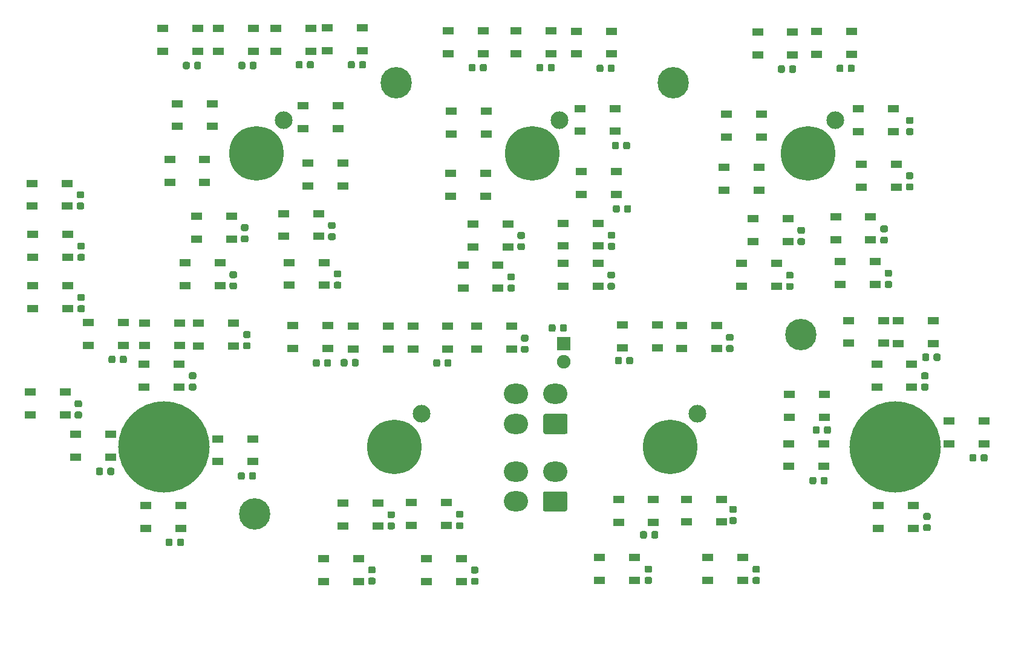
<source format=gbr>
%TF.GenerationSoftware,KiCad,Pcbnew,(5.1.6)-1*%
%TF.CreationDate,2021-08-23T11:24:56+10:00*%
%TF.ProjectId,INTR LT Panel PCB V2,494e5452-204c-4542-9050-616e656c2050,rev?*%
%TF.SameCoordinates,Original*%
%TF.FileFunction,Soldermask,Top*%
%TF.FilePolarity,Negative*%
%FSLAX46Y46*%
G04 Gerber Fmt 4.6, Leading zero omitted, Abs format (unit mm)*
G04 Created by KiCad (PCBNEW (5.1.6)-1) date 2021-08-23 11:24:56*
%MOMM*%
%LPD*%
G01*
G04 APERTURE LIST*
%ADD10R,1.600000X1.100000*%
%ADD11C,7.640752*%
%ADD12C,2.481250*%
%ADD13C,4.400000*%
%ADD14C,12.800000*%
%ADD15O,3.400000X2.800000*%
%ADD16C,1.900000*%
%ADD17R,1.900000X1.900000*%
G04 APERTURE END LIST*
%TO.C,C55*%
G36*
G01*
X124312500Y-74318750D02*
X124312500Y-74881250D01*
G75*
G02*
X124068750Y-75125000I-243750J0D01*
G01*
X123581250Y-75125000D01*
G75*
G02*
X123337500Y-74881250I0J243750D01*
G01*
X123337500Y-74318750D01*
G75*
G02*
X123581250Y-74075000I243750J0D01*
G01*
X124068750Y-74075000D01*
G75*
G02*
X124312500Y-74318750I0J-243750D01*
G01*
G37*
G36*
G01*
X125887500Y-74318750D02*
X125887500Y-74881250D01*
G75*
G02*
X125643750Y-75125000I-243750J0D01*
G01*
X125156250Y-75125000D01*
G75*
G02*
X124912500Y-74881250I0J243750D01*
G01*
X124912500Y-74318750D01*
G75*
G02*
X125156250Y-74075000I243750J0D01*
G01*
X125643750Y-74075000D01*
G75*
G02*
X125887500Y-74318750I0J-243750D01*
G01*
G37*
%TD*%
D10*
%TO.C,D45*%
X158100000Y-68350000D03*
X158100000Y-71550000D03*
X163000000Y-68350000D03*
X163000000Y-71550000D03*
%TD*%
%TO.C,D44*%
X157725000Y-60575000D03*
X157725000Y-63775000D03*
X162625000Y-60575000D03*
X162625000Y-63775000D03*
%TD*%
%TO.C,D43*%
X139200000Y-61325000D03*
X139200000Y-64525000D03*
X144100000Y-61325000D03*
X144100000Y-64525000D03*
%TD*%
%TO.C,D42*%
X138925000Y-68775000D03*
X138925000Y-71975000D03*
X143825000Y-68775000D03*
X143825000Y-71975000D03*
%TD*%
%TO.C,D35*%
X118925000Y-69350000D03*
X118925000Y-72550000D03*
X123825000Y-69350000D03*
X123825000Y-72550000D03*
%TD*%
%TO.C,D34*%
X118775000Y-60525000D03*
X118775000Y-63725000D03*
X123675000Y-60525000D03*
X123675000Y-63725000D03*
%TD*%
%TO.C,D33*%
X100725000Y-60875000D03*
X100725000Y-64075000D03*
X105625000Y-60875000D03*
X105625000Y-64075000D03*
%TD*%
%TO.C,D32*%
X100650000Y-69600000D03*
X100650000Y-72800000D03*
X105550000Y-69600000D03*
X105550000Y-72800000D03*
%TD*%
%TO.C,D23*%
X80675000Y-68200000D03*
X80675000Y-71400000D03*
X85575000Y-68200000D03*
X85575000Y-71400000D03*
%TD*%
%TO.C,D22*%
X79975000Y-60175000D03*
X79975000Y-63375000D03*
X84875000Y-60175000D03*
X84875000Y-63375000D03*
%TD*%
%TO.C,D21*%
X62350000Y-59850000D03*
X62350000Y-63050000D03*
X67250000Y-59850000D03*
X67250000Y-63050000D03*
%TD*%
%TO.C,D20*%
X61300000Y-67700000D03*
X61300000Y-70900000D03*
X66200000Y-67700000D03*
X66200000Y-70900000D03*
%TD*%
%TO.C,C56*%
G36*
G01*
X124162500Y-65443750D02*
X124162500Y-66006250D01*
G75*
G02*
X123918750Y-66250000I-243750J0D01*
G01*
X123431250Y-66250000D01*
G75*
G02*
X123187500Y-66006250I0J243750D01*
G01*
X123187500Y-65443750D01*
G75*
G02*
X123431250Y-65200000I243750J0D01*
G01*
X123918750Y-65200000D01*
G75*
G02*
X124162500Y-65443750I0J-243750D01*
G01*
G37*
G36*
G01*
X125737500Y-65443750D02*
X125737500Y-66006250D01*
G75*
G02*
X125493750Y-66250000I-243750J0D01*
G01*
X125006250Y-66250000D01*
G75*
G02*
X124762500Y-66006250I0J243750D01*
G01*
X124762500Y-65443750D01*
G75*
G02*
X125006250Y-65200000I243750J0D01*
G01*
X125493750Y-65200000D01*
G75*
G02*
X125737500Y-65443750I0J-243750D01*
G01*
G37*
%TD*%
%TO.C,C54*%
G36*
G01*
X164593750Y-71037500D02*
X165156250Y-71037500D01*
G75*
G02*
X165400000Y-71281250I0J-243750D01*
G01*
X165400000Y-71768750D01*
G75*
G02*
X165156250Y-72012500I-243750J0D01*
G01*
X164593750Y-72012500D01*
G75*
G02*
X164350000Y-71768750I0J243750D01*
G01*
X164350000Y-71281250D01*
G75*
G02*
X164593750Y-71037500I243750J0D01*
G01*
G37*
G36*
G01*
X164593750Y-69462500D02*
X165156250Y-69462500D01*
G75*
G02*
X165400000Y-69706250I0J-243750D01*
G01*
X165400000Y-70193750D01*
G75*
G02*
X165156250Y-70437500I-243750J0D01*
G01*
X164593750Y-70437500D01*
G75*
G02*
X164350000Y-70193750I0J243750D01*
G01*
X164350000Y-69706250D01*
G75*
G02*
X164593750Y-69462500I243750J0D01*
G01*
G37*
%TD*%
%TO.C,C53*%
G36*
G01*
X164618750Y-63287500D02*
X165181250Y-63287500D01*
G75*
G02*
X165425000Y-63531250I0J-243750D01*
G01*
X165425000Y-64018750D01*
G75*
G02*
X165181250Y-64262500I-243750J0D01*
G01*
X164618750Y-64262500D01*
G75*
G02*
X164375000Y-64018750I0J243750D01*
G01*
X164375000Y-63531250D01*
G75*
G02*
X164618750Y-63287500I243750J0D01*
G01*
G37*
G36*
G01*
X164618750Y-61712500D02*
X165181250Y-61712500D01*
G75*
G02*
X165425000Y-61956250I0J-243750D01*
G01*
X165425000Y-62443750D01*
G75*
G02*
X165181250Y-62687500I-243750J0D01*
G01*
X164618750Y-62687500D01*
G75*
G02*
X164375000Y-62443750I0J243750D01*
G01*
X164375000Y-61956250D01*
G75*
G02*
X164618750Y-61712500I243750J0D01*
G01*
G37*
%TD*%
D11*
%TO.C,9*%
X150672800Y-66802000D03*
D12*
X154448722Y-62139124D03*
D11*
X150672800Y-66802000D03*
%TD*%
%TO.C,8*%
X112064800Y-66802000D03*
D12*
X115840722Y-62139124D03*
D11*
X112064800Y-66802000D03*
%TD*%
%TO.C,7*%
X73456800Y-66802000D03*
D12*
X77232722Y-62139124D03*
D11*
X73456800Y-66802000D03*
%TD*%
D13*
%TO.C,7*%
X131749800Y-56896000D03*
%TD*%
%TO.C,7*%
X93014800Y-56896000D03*
%TD*%
%TO.C,6*%
X149656800Y-92202000D03*
%TD*%
%TO.C,5*%
X73202800Y-117348000D03*
%TD*%
D14*
%TO.C,REF\u002A\u002A*%
X162864800Y-107950000D03*
X162864800Y-107950000D03*
%TD*%
D11*
%TO.C,3*%
X131368800Y-107950000D03*
D12*
X135144722Y-103287124D03*
D11*
X131368800Y-107950000D03*
%TD*%
%TO.C,2*%
X92760800Y-107950000D03*
D12*
X96536722Y-103287124D03*
D11*
X92760800Y-107950000D03*
%TD*%
D14*
%TO.C,1*%
X60502800Y-107950000D03*
%TD*%
%TO.C,C52*%
G36*
G01*
X72412500Y-112331250D02*
X72412500Y-111768750D01*
G75*
G02*
X72656250Y-111525000I243750J0D01*
G01*
X73143750Y-111525000D01*
G75*
G02*
X73387500Y-111768750I0J-243750D01*
G01*
X73387500Y-112331250D01*
G75*
G02*
X73143750Y-112575000I-243750J0D01*
G01*
X72656250Y-112575000D01*
G75*
G02*
X72412500Y-112331250I0J243750D01*
G01*
G37*
G36*
G01*
X70837500Y-112331250D02*
X70837500Y-111768750D01*
G75*
G02*
X71081250Y-111525000I243750J0D01*
G01*
X71568750Y-111525000D01*
G75*
G02*
X71812500Y-111768750I0J-243750D01*
G01*
X71812500Y-112331250D01*
G75*
G02*
X71568750Y-112575000I-243750J0D01*
G01*
X71081250Y-112575000D01*
G75*
G02*
X70837500Y-112331250I0J243750D01*
G01*
G37*
%TD*%
%TO.C,C51*%
G36*
G01*
X62312500Y-121631250D02*
X62312500Y-121068750D01*
G75*
G02*
X62556250Y-120825000I243750J0D01*
G01*
X63043750Y-120825000D01*
G75*
G02*
X63287500Y-121068750I0J-243750D01*
G01*
X63287500Y-121631250D01*
G75*
G02*
X63043750Y-121875000I-243750J0D01*
G01*
X62556250Y-121875000D01*
G75*
G02*
X62312500Y-121631250I0J243750D01*
G01*
G37*
G36*
G01*
X60737500Y-121631250D02*
X60737500Y-121068750D01*
G75*
G02*
X60981250Y-120825000I243750J0D01*
G01*
X61468750Y-120825000D01*
G75*
G02*
X61712500Y-121068750I0J-243750D01*
G01*
X61712500Y-121631250D01*
G75*
G02*
X61468750Y-121875000I-243750J0D01*
G01*
X60981250Y-121875000D01*
G75*
G02*
X60737500Y-121631250I0J243750D01*
G01*
G37*
%TD*%
%TO.C,C50*%
G36*
G01*
X52562500Y-111681250D02*
X52562500Y-111118750D01*
G75*
G02*
X52806250Y-110875000I243750J0D01*
G01*
X53293750Y-110875000D01*
G75*
G02*
X53537500Y-111118750I0J-243750D01*
G01*
X53537500Y-111681250D01*
G75*
G02*
X53293750Y-111925000I-243750J0D01*
G01*
X52806250Y-111925000D01*
G75*
G02*
X52562500Y-111681250I0J243750D01*
G01*
G37*
G36*
G01*
X50987500Y-111681250D02*
X50987500Y-111118750D01*
G75*
G02*
X51231250Y-110875000I243750J0D01*
G01*
X51718750Y-110875000D01*
G75*
G02*
X51962500Y-111118750I0J-243750D01*
G01*
X51962500Y-111681250D01*
G75*
G02*
X51718750Y-111925000I-243750J0D01*
G01*
X51231250Y-111925000D01*
G75*
G02*
X50987500Y-111681250I0J243750D01*
G01*
G37*
%TD*%
%TO.C,C49*%
G36*
G01*
X108818750Y-85212500D02*
X109381250Y-85212500D01*
G75*
G02*
X109625000Y-85456250I0J-243750D01*
G01*
X109625000Y-85943750D01*
G75*
G02*
X109381250Y-86187500I-243750J0D01*
G01*
X108818750Y-86187500D01*
G75*
G02*
X108575000Y-85943750I0J243750D01*
G01*
X108575000Y-85456250D01*
G75*
G02*
X108818750Y-85212500I243750J0D01*
G01*
G37*
G36*
G01*
X108818750Y-83637500D02*
X109381250Y-83637500D01*
G75*
G02*
X109625000Y-83881250I0J-243750D01*
G01*
X109625000Y-84368750D01*
G75*
G02*
X109381250Y-84612500I-243750J0D01*
G01*
X108818750Y-84612500D01*
G75*
G02*
X108575000Y-84368750I0J243750D01*
G01*
X108575000Y-83881250D01*
G75*
G02*
X108818750Y-83637500I243750J0D01*
G01*
G37*
%TD*%
%TO.C,C48*%
G36*
G01*
X122818750Y-84962500D02*
X123381250Y-84962500D01*
G75*
G02*
X123625000Y-85206250I0J-243750D01*
G01*
X123625000Y-85693750D01*
G75*
G02*
X123381250Y-85937500I-243750J0D01*
G01*
X122818750Y-85937500D01*
G75*
G02*
X122575000Y-85693750I0J243750D01*
G01*
X122575000Y-85206250D01*
G75*
G02*
X122818750Y-84962500I243750J0D01*
G01*
G37*
G36*
G01*
X122818750Y-83387500D02*
X123381250Y-83387500D01*
G75*
G02*
X123625000Y-83631250I0J-243750D01*
G01*
X123625000Y-84118750D01*
G75*
G02*
X123381250Y-84362500I-243750J0D01*
G01*
X122818750Y-84362500D01*
G75*
G02*
X122575000Y-84118750I0J243750D01*
G01*
X122575000Y-83631250D01*
G75*
G02*
X122818750Y-83387500I243750J0D01*
G01*
G37*
%TD*%
%TO.C,C47*%
G36*
G01*
X110218750Y-79412500D02*
X110781250Y-79412500D01*
G75*
G02*
X111025000Y-79656250I0J-243750D01*
G01*
X111025000Y-80143750D01*
G75*
G02*
X110781250Y-80387500I-243750J0D01*
G01*
X110218750Y-80387500D01*
G75*
G02*
X109975000Y-80143750I0J243750D01*
G01*
X109975000Y-79656250D01*
G75*
G02*
X110218750Y-79412500I243750J0D01*
G01*
G37*
G36*
G01*
X110218750Y-77837500D02*
X110781250Y-77837500D01*
G75*
G02*
X111025000Y-78081250I0J-243750D01*
G01*
X111025000Y-78568750D01*
G75*
G02*
X110781250Y-78812500I-243750J0D01*
G01*
X110218750Y-78812500D01*
G75*
G02*
X109975000Y-78568750I0J243750D01*
G01*
X109975000Y-78081250D01*
G75*
G02*
X110218750Y-77837500I243750J0D01*
G01*
G37*
%TD*%
%TO.C,C46*%
G36*
G01*
X122868750Y-79362500D02*
X123431250Y-79362500D01*
G75*
G02*
X123675000Y-79606250I0J-243750D01*
G01*
X123675000Y-80093750D01*
G75*
G02*
X123431250Y-80337500I-243750J0D01*
G01*
X122868750Y-80337500D01*
G75*
G02*
X122625000Y-80093750I0J243750D01*
G01*
X122625000Y-79606250D01*
G75*
G02*
X122868750Y-79362500I243750J0D01*
G01*
G37*
G36*
G01*
X122868750Y-77787500D02*
X123431250Y-77787500D01*
G75*
G02*
X123675000Y-78031250I0J-243750D01*
G01*
X123675000Y-78518750D01*
G75*
G02*
X123431250Y-78762500I-243750J0D01*
G01*
X122868750Y-78762500D01*
G75*
G02*
X122625000Y-78518750I0J243750D01*
G01*
X122625000Y-78031250D01*
G75*
G02*
X122868750Y-77787500I243750J0D01*
G01*
G37*
%TD*%
%TO.C,C45*%
G36*
G01*
X99762500Y-96481250D02*
X99762500Y-95918750D01*
G75*
G02*
X100006250Y-95675000I243750J0D01*
G01*
X100493750Y-95675000D01*
G75*
G02*
X100737500Y-95918750I0J-243750D01*
G01*
X100737500Y-96481250D01*
G75*
G02*
X100493750Y-96725000I-243750J0D01*
G01*
X100006250Y-96725000D01*
G75*
G02*
X99762500Y-96481250I0J243750D01*
G01*
G37*
G36*
G01*
X98187500Y-96481250D02*
X98187500Y-95918750D01*
G75*
G02*
X98431250Y-95675000I243750J0D01*
G01*
X98918750Y-95675000D01*
G75*
G02*
X99162500Y-95918750I0J-243750D01*
G01*
X99162500Y-96481250D01*
G75*
G02*
X98918750Y-96725000I-243750J0D01*
G01*
X98431250Y-96725000D01*
G75*
G02*
X98187500Y-96481250I0J243750D01*
G01*
G37*
%TD*%
%TO.C,C44*%
G36*
G01*
X139868750Y-117812500D02*
X140431250Y-117812500D01*
G75*
G02*
X140675000Y-118056250I0J-243750D01*
G01*
X140675000Y-118543750D01*
G75*
G02*
X140431250Y-118787500I-243750J0D01*
G01*
X139868750Y-118787500D01*
G75*
G02*
X139625000Y-118543750I0J243750D01*
G01*
X139625000Y-118056250D01*
G75*
G02*
X139868750Y-117812500I243750J0D01*
G01*
G37*
G36*
G01*
X139868750Y-116237500D02*
X140431250Y-116237500D01*
G75*
G02*
X140675000Y-116481250I0J-243750D01*
G01*
X140675000Y-116968750D01*
G75*
G02*
X140431250Y-117212500I-243750J0D01*
G01*
X139868750Y-117212500D01*
G75*
G02*
X139625000Y-116968750I0J243750D01*
G01*
X139625000Y-116481250D01*
G75*
G02*
X139868750Y-116237500I243750J0D01*
G01*
G37*
%TD*%
%TO.C,C43*%
G36*
G01*
X125200000Y-96156250D02*
X125200000Y-95593750D01*
G75*
G02*
X125443750Y-95350000I243750J0D01*
G01*
X125931250Y-95350000D01*
G75*
G02*
X126175000Y-95593750I0J-243750D01*
G01*
X126175000Y-96156250D01*
G75*
G02*
X125931250Y-96400000I-243750J0D01*
G01*
X125443750Y-96400000D01*
G75*
G02*
X125200000Y-96156250I0J243750D01*
G01*
G37*
G36*
G01*
X123625000Y-96156250D02*
X123625000Y-95593750D01*
G75*
G02*
X123868750Y-95350000I243750J0D01*
G01*
X124356250Y-95350000D01*
G75*
G02*
X124600000Y-95593750I0J-243750D01*
G01*
X124600000Y-96156250D01*
G75*
G02*
X124356250Y-96400000I-243750J0D01*
G01*
X123868750Y-96400000D01*
G75*
G02*
X123625000Y-96156250I0J243750D01*
G01*
G37*
%TD*%
%TO.C,C42*%
G36*
G01*
X92018750Y-118562500D02*
X92581250Y-118562500D01*
G75*
G02*
X92825000Y-118806250I0J-243750D01*
G01*
X92825000Y-119293750D01*
G75*
G02*
X92581250Y-119537500I-243750J0D01*
G01*
X92018750Y-119537500D01*
G75*
G02*
X91775000Y-119293750I0J243750D01*
G01*
X91775000Y-118806250D01*
G75*
G02*
X92018750Y-118562500I243750J0D01*
G01*
G37*
G36*
G01*
X92018750Y-116987500D02*
X92581250Y-116987500D01*
G75*
G02*
X92825000Y-117231250I0J-243750D01*
G01*
X92825000Y-117718750D01*
G75*
G02*
X92581250Y-117962500I-243750J0D01*
G01*
X92018750Y-117962500D01*
G75*
G02*
X91775000Y-117718750I0J243750D01*
G01*
X91775000Y-117231250D01*
G75*
G02*
X92018750Y-116987500I243750J0D01*
G01*
G37*
%TD*%
%TO.C,C41*%
G36*
G01*
X168212500Y-95681250D02*
X168212500Y-95118750D01*
G75*
G02*
X168456250Y-94875000I243750J0D01*
G01*
X168943750Y-94875000D01*
G75*
G02*
X169187500Y-95118750I0J-243750D01*
G01*
X169187500Y-95681250D01*
G75*
G02*
X168943750Y-95925000I-243750J0D01*
G01*
X168456250Y-95925000D01*
G75*
G02*
X168212500Y-95681250I0J243750D01*
G01*
G37*
G36*
G01*
X166637500Y-95681250D02*
X166637500Y-95118750D01*
G75*
G02*
X166881250Y-94875000I243750J0D01*
G01*
X167368750Y-94875000D01*
G75*
G02*
X167612500Y-95118750I0J-243750D01*
G01*
X167612500Y-95681250D01*
G75*
G02*
X167368750Y-95925000I-243750J0D01*
G01*
X166881250Y-95925000D01*
G75*
G02*
X166637500Y-95681250I0J243750D01*
G01*
G37*
%TD*%
%TO.C,C40*%
G36*
G01*
X143118750Y-126212500D02*
X143681250Y-126212500D01*
G75*
G02*
X143925000Y-126456250I0J-243750D01*
G01*
X143925000Y-126943750D01*
G75*
G02*
X143681250Y-127187500I-243750J0D01*
G01*
X143118750Y-127187500D01*
G75*
G02*
X142875000Y-126943750I0J243750D01*
G01*
X142875000Y-126456250D01*
G75*
G02*
X143118750Y-126212500I243750J0D01*
G01*
G37*
G36*
G01*
X143118750Y-124637500D02*
X143681250Y-124637500D01*
G75*
G02*
X143925000Y-124881250I0J-243750D01*
G01*
X143925000Y-125368750D01*
G75*
G02*
X143681250Y-125612500I-243750J0D01*
G01*
X143118750Y-125612500D01*
G75*
G02*
X142875000Y-125368750I0J243750D01*
G01*
X142875000Y-124881250D01*
G75*
G02*
X143118750Y-124637500I243750J0D01*
G01*
G37*
%TD*%
%TO.C,C39*%
G36*
G01*
X166718750Y-99087500D02*
X167281250Y-99087500D01*
G75*
G02*
X167525000Y-99331250I0J-243750D01*
G01*
X167525000Y-99818750D01*
G75*
G02*
X167281250Y-100062500I-243750J0D01*
G01*
X166718750Y-100062500D01*
G75*
G02*
X166475000Y-99818750I0J243750D01*
G01*
X166475000Y-99331250D01*
G75*
G02*
X166718750Y-99087500I243750J0D01*
G01*
G37*
G36*
G01*
X166718750Y-97512500D02*
X167281250Y-97512500D01*
G75*
G02*
X167525000Y-97756250I0J-243750D01*
G01*
X167525000Y-98243750D01*
G75*
G02*
X167281250Y-98487500I-243750J0D01*
G01*
X166718750Y-98487500D01*
G75*
G02*
X166475000Y-98243750I0J243750D01*
G01*
X166475000Y-97756250D01*
G75*
G02*
X166718750Y-97512500I243750J0D01*
G01*
G37*
%TD*%
%TO.C,C38*%
G36*
G01*
X86787500Y-96456250D02*
X86787500Y-95893750D01*
G75*
G02*
X87031250Y-95650000I243750J0D01*
G01*
X87518750Y-95650000D01*
G75*
G02*
X87762500Y-95893750I0J-243750D01*
G01*
X87762500Y-96456250D01*
G75*
G02*
X87518750Y-96700000I-243750J0D01*
G01*
X87031250Y-96700000D01*
G75*
G02*
X86787500Y-96456250I0J243750D01*
G01*
G37*
G36*
G01*
X85212500Y-96456250D02*
X85212500Y-95893750D01*
G75*
G02*
X85456250Y-95650000I243750J0D01*
G01*
X85943750Y-95650000D01*
G75*
G02*
X86187500Y-95893750I0J-243750D01*
G01*
X86187500Y-96456250D01*
G75*
G02*
X85943750Y-96700000I-243750J0D01*
G01*
X85456250Y-96700000D01*
G75*
G02*
X85212500Y-96456250I0J243750D01*
G01*
G37*
%TD*%
%TO.C,C37*%
G36*
G01*
X71818750Y-93312500D02*
X72381250Y-93312500D01*
G75*
G02*
X72625000Y-93556250I0J-243750D01*
G01*
X72625000Y-94043750D01*
G75*
G02*
X72381250Y-94287500I-243750J0D01*
G01*
X71818750Y-94287500D01*
G75*
G02*
X71575000Y-94043750I0J243750D01*
G01*
X71575000Y-93556250D01*
G75*
G02*
X71818750Y-93312500I243750J0D01*
G01*
G37*
G36*
G01*
X71818750Y-91737500D02*
X72381250Y-91737500D01*
G75*
G02*
X72625000Y-91981250I0J-243750D01*
G01*
X72625000Y-92468750D01*
G75*
G02*
X72381250Y-92712500I-243750J0D01*
G01*
X71818750Y-92712500D01*
G75*
G02*
X71575000Y-92468750I0J243750D01*
G01*
X71575000Y-91981250D01*
G75*
G02*
X71818750Y-91737500I243750J0D01*
G01*
G37*
%TD*%
%TO.C,C36*%
G36*
G01*
X82912500Y-96481250D02*
X82912500Y-95918750D01*
G75*
G02*
X83156250Y-95675000I243750J0D01*
G01*
X83643750Y-95675000D01*
G75*
G02*
X83887500Y-95918750I0J-243750D01*
G01*
X83887500Y-96481250D01*
G75*
G02*
X83643750Y-96725000I-243750J0D01*
G01*
X83156250Y-96725000D01*
G75*
G02*
X82912500Y-96481250I0J243750D01*
G01*
G37*
G36*
G01*
X81337500Y-96481250D02*
X81337500Y-95918750D01*
G75*
G02*
X81581250Y-95675000I243750J0D01*
G01*
X82068750Y-95675000D01*
G75*
G02*
X82312500Y-95918750I0J-243750D01*
G01*
X82312500Y-96481250D01*
G75*
G02*
X82068750Y-96725000I-243750J0D01*
G01*
X81581250Y-96725000D01*
G75*
G02*
X81337500Y-96481250I0J243750D01*
G01*
G37*
%TD*%
%TO.C,C35*%
G36*
G01*
X84518750Y-84812500D02*
X85081250Y-84812500D01*
G75*
G02*
X85325000Y-85056250I0J-243750D01*
G01*
X85325000Y-85543750D01*
G75*
G02*
X85081250Y-85787500I-243750J0D01*
G01*
X84518750Y-85787500D01*
G75*
G02*
X84275000Y-85543750I0J243750D01*
G01*
X84275000Y-85056250D01*
G75*
G02*
X84518750Y-84812500I243750J0D01*
G01*
G37*
G36*
G01*
X84518750Y-83237500D02*
X85081250Y-83237500D01*
G75*
G02*
X85325000Y-83481250I0J-243750D01*
G01*
X85325000Y-83968750D01*
G75*
G02*
X85081250Y-84212500I-243750J0D01*
G01*
X84518750Y-84212500D01*
G75*
G02*
X84275000Y-83968750I0J243750D01*
G01*
X84275000Y-83481250D01*
G75*
G02*
X84518750Y-83237500I243750J0D01*
G01*
G37*
%TD*%
%TO.C,C34*%
G36*
G01*
X69918750Y-84912500D02*
X70481250Y-84912500D01*
G75*
G02*
X70725000Y-85156250I0J-243750D01*
G01*
X70725000Y-85643750D01*
G75*
G02*
X70481250Y-85887500I-243750J0D01*
G01*
X69918750Y-85887500D01*
G75*
G02*
X69675000Y-85643750I0J243750D01*
G01*
X69675000Y-85156250D01*
G75*
G02*
X69918750Y-84912500I243750J0D01*
G01*
G37*
G36*
G01*
X69918750Y-83337500D02*
X70481250Y-83337500D01*
G75*
G02*
X70725000Y-83581250I0J-243750D01*
G01*
X70725000Y-84068750D01*
G75*
G02*
X70481250Y-84312500I-243750J0D01*
G01*
X69918750Y-84312500D01*
G75*
G02*
X69675000Y-84068750I0J243750D01*
G01*
X69675000Y-83581250D01*
G75*
G02*
X69918750Y-83337500I243750J0D01*
G01*
G37*
%TD*%
%TO.C,C33*%
G36*
G01*
X83718750Y-78012500D02*
X84281250Y-78012500D01*
G75*
G02*
X84525000Y-78256250I0J-243750D01*
G01*
X84525000Y-78743750D01*
G75*
G02*
X84281250Y-78987500I-243750J0D01*
G01*
X83718750Y-78987500D01*
G75*
G02*
X83475000Y-78743750I0J243750D01*
G01*
X83475000Y-78256250D01*
G75*
G02*
X83718750Y-78012500I243750J0D01*
G01*
G37*
G36*
G01*
X83718750Y-76437500D02*
X84281250Y-76437500D01*
G75*
G02*
X84525000Y-76681250I0J-243750D01*
G01*
X84525000Y-77168750D01*
G75*
G02*
X84281250Y-77412500I-243750J0D01*
G01*
X83718750Y-77412500D01*
G75*
G02*
X83475000Y-77168750I0J243750D01*
G01*
X83475000Y-76681250D01*
G75*
G02*
X83718750Y-76437500I243750J0D01*
G01*
G37*
%TD*%
%TO.C,C32*%
G36*
G01*
X71518750Y-78312500D02*
X72081250Y-78312500D01*
G75*
G02*
X72325000Y-78556250I0J-243750D01*
G01*
X72325000Y-79043750D01*
G75*
G02*
X72081250Y-79287500I-243750J0D01*
G01*
X71518750Y-79287500D01*
G75*
G02*
X71275000Y-79043750I0J243750D01*
G01*
X71275000Y-78556250D01*
G75*
G02*
X71518750Y-78312500I243750J0D01*
G01*
G37*
G36*
G01*
X71518750Y-76737500D02*
X72081250Y-76737500D01*
G75*
G02*
X72325000Y-76981250I0J-243750D01*
G01*
X72325000Y-77468750D01*
G75*
G02*
X72081250Y-77712500I-243750J0D01*
G01*
X71518750Y-77712500D01*
G75*
G02*
X71275000Y-77468750I0J243750D01*
G01*
X71275000Y-76981250D01*
G75*
G02*
X71518750Y-76737500I243750J0D01*
G01*
G37*
%TD*%
%TO.C,C31*%
G36*
G01*
X48618750Y-88112500D02*
X49181250Y-88112500D01*
G75*
G02*
X49425000Y-88356250I0J-243750D01*
G01*
X49425000Y-88843750D01*
G75*
G02*
X49181250Y-89087500I-243750J0D01*
G01*
X48618750Y-89087500D01*
G75*
G02*
X48375000Y-88843750I0J243750D01*
G01*
X48375000Y-88356250D01*
G75*
G02*
X48618750Y-88112500I243750J0D01*
G01*
G37*
G36*
G01*
X48618750Y-86537500D02*
X49181250Y-86537500D01*
G75*
G02*
X49425000Y-86781250I0J-243750D01*
G01*
X49425000Y-87268750D01*
G75*
G02*
X49181250Y-87512500I-243750J0D01*
G01*
X48618750Y-87512500D01*
G75*
G02*
X48375000Y-87268750I0J243750D01*
G01*
X48375000Y-86781250D01*
G75*
G02*
X48618750Y-86537500I243750J0D01*
G01*
G37*
%TD*%
%TO.C,C30*%
G36*
G01*
X114212500Y-55081250D02*
X114212500Y-54518750D01*
G75*
G02*
X114456250Y-54275000I243750J0D01*
G01*
X114943750Y-54275000D01*
G75*
G02*
X115187500Y-54518750I0J-243750D01*
G01*
X115187500Y-55081250D01*
G75*
G02*
X114943750Y-55325000I-243750J0D01*
G01*
X114456250Y-55325000D01*
G75*
G02*
X114212500Y-55081250I0J243750D01*
G01*
G37*
G36*
G01*
X112637500Y-55081250D02*
X112637500Y-54518750D01*
G75*
G02*
X112881250Y-54275000I243750J0D01*
G01*
X113368750Y-54275000D01*
G75*
G02*
X113612500Y-54518750I0J-243750D01*
G01*
X113612500Y-55081250D01*
G75*
G02*
X113368750Y-55325000I-243750J0D01*
G01*
X112881250Y-55325000D01*
G75*
G02*
X112637500Y-55081250I0J243750D01*
G01*
G37*
%TD*%
%TO.C,C29*%
G36*
G01*
X48618750Y-80912500D02*
X49181250Y-80912500D01*
G75*
G02*
X49425000Y-81156250I0J-243750D01*
G01*
X49425000Y-81643750D01*
G75*
G02*
X49181250Y-81887500I-243750J0D01*
G01*
X48618750Y-81887500D01*
G75*
G02*
X48375000Y-81643750I0J243750D01*
G01*
X48375000Y-81156250D01*
G75*
G02*
X48618750Y-80912500I243750J0D01*
G01*
G37*
G36*
G01*
X48618750Y-79337500D02*
X49181250Y-79337500D01*
G75*
G02*
X49425000Y-79581250I0J-243750D01*
G01*
X49425000Y-80068750D01*
G75*
G02*
X49181250Y-80312500I-243750J0D01*
G01*
X48618750Y-80312500D01*
G75*
G02*
X48375000Y-80068750I0J243750D01*
G01*
X48375000Y-79581250D01*
G75*
G02*
X48618750Y-79337500I243750J0D01*
G01*
G37*
%TD*%
%TO.C,C28*%
G36*
G01*
X156212500Y-55181250D02*
X156212500Y-54618750D01*
G75*
G02*
X156456250Y-54375000I243750J0D01*
G01*
X156943750Y-54375000D01*
G75*
G02*
X157187500Y-54618750I0J-243750D01*
G01*
X157187500Y-55181250D01*
G75*
G02*
X156943750Y-55425000I-243750J0D01*
G01*
X156456250Y-55425000D01*
G75*
G02*
X156212500Y-55181250I0J243750D01*
G01*
G37*
G36*
G01*
X154637500Y-55181250D02*
X154637500Y-54618750D01*
G75*
G02*
X154881250Y-54375000I243750J0D01*
G01*
X155368750Y-54375000D01*
G75*
G02*
X155612500Y-54618750I0J-243750D01*
G01*
X155612500Y-55181250D01*
G75*
G02*
X155368750Y-55425000I-243750J0D01*
G01*
X154881250Y-55425000D01*
G75*
G02*
X154637500Y-55181250I0J243750D01*
G01*
G37*
%TD*%
%TO.C,C27*%
G36*
G01*
X87812500Y-54681250D02*
X87812500Y-54118750D01*
G75*
G02*
X88056250Y-53875000I243750J0D01*
G01*
X88543750Y-53875000D01*
G75*
G02*
X88787500Y-54118750I0J-243750D01*
G01*
X88787500Y-54681250D01*
G75*
G02*
X88543750Y-54925000I-243750J0D01*
G01*
X88056250Y-54925000D01*
G75*
G02*
X87812500Y-54681250I0J243750D01*
G01*
G37*
G36*
G01*
X86237500Y-54681250D02*
X86237500Y-54118750D01*
G75*
G02*
X86481250Y-53875000I243750J0D01*
G01*
X86968750Y-53875000D01*
G75*
G02*
X87212500Y-54118750I0J-243750D01*
G01*
X87212500Y-54681250D01*
G75*
G02*
X86968750Y-54925000I-243750J0D01*
G01*
X86481250Y-54925000D01*
G75*
G02*
X86237500Y-54681250I0J243750D01*
G01*
G37*
%TD*%
%TO.C,C26*%
G36*
G01*
X122612500Y-55181250D02*
X122612500Y-54618750D01*
G75*
G02*
X122856250Y-54375000I243750J0D01*
G01*
X123343750Y-54375000D01*
G75*
G02*
X123587500Y-54618750I0J-243750D01*
G01*
X123587500Y-55181250D01*
G75*
G02*
X123343750Y-55425000I-243750J0D01*
G01*
X122856250Y-55425000D01*
G75*
G02*
X122612500Y-55181250I0J243750D01*
G01*
G37*
G36*
G01*
X121037500Y-55181250D02*
X121037500Y-54618750D01*
G75*
G02*
X121281250Y-54375000I243750J0D01*
G01*
X121768750Y-54375000D01*
G75*
G02*
X122012500Y-54618750I0J-243750D01*
G01*
X122012500Y-55181250D01*
G75*
G02*
X121768750Y-55425000I-243750J0D01*
G01*
X121281250Y-55425000D01*
G75*
G02*
X121037500Y-55181250I0J243750D01*
G01*
G37*
%TD*%
%TO.C,C25*%
G36*
G01*
X80512500Y-54681250D02*
X80512500Y-54118750D01*
G75*
G02*
X80756250Y-53875000I243750J0D01*
G01*
X81243750Y-53875000D01*
G75*
G02*
X81487500Y-54118750I0J-243750D01*
G01*
X81487500Y-54681250D01*
G75*
G02*
X81243750Y-54925000I-243750J0D01*
G01*
X80756250Y-54925000D01*
G75*
G02*
X80512500Y-54681250I0J243750D01*
G01*
G37*
G36*
G01*
X78937500Y-54681250D02*
X78937500Y-54118750D01*
G75*
G02*
X79181250Y-53875000I243750J0D01*
G01*
X79668750Y-53875000D01*
G75*
G02*
X79912500Y-54118750I0J-243750D01*
G01*
X79912500Y-54681250D01*
G75*
G02*
X79668750Y-54925000I-243750J0D01*
G01*
X79181250Y-54925000D01*
G75*
G02*
X78937500Y-54681250I0J243750D01*
G01*
G37*
%TD*%
%TO.C,C24*%
G36*
G01*
X72487500Y-54781250D02*
X72487500Y-54218750D01*
G75*
G02*
X72731250Y-53975000I243750J0D01*
G01*
X73218750Y-53975000D01*
G75*
G02*
X73462500Y-54218750I0J-243750D01*
G01*
X73462500Y-54781250D01*
G75*
G02*
X73218750Y-55025000I-243750J0D01*
G01*
X72731250Y-55025000D01*
G75*
G02*
X72487500Y-54781250I0J243750D01*
G01*
G37*
G36*
G01*
X70912500Y-54781250D02*
X70912500Y-54218750D01*
G75*
G02*
X71156250Y-53975000I243750J0D01*
G01*
X71643750Y-53975000D01*
G75*
G02*
X71887500Y-54218750I0J-243750D01*
G01*
X71887500Y-54781250D01*
G75*
G02*
X71643750Y-55025000I-243750J0D01*
G01*
X71156250Y-55025000D01*
G75*
G02*
X70912500Y-54781250I0J243750D01*
G01*
G37*
%TD*%
%TO.C,R1*%
G36*
G01*
X115312500Y-91018750D02*
X115312500Y-91581250D01*
G75*
G02*
X115068750Y-91825000I-243750J0D01*
G01*
X114581250Y-91825000D01*
G75*
G02*
X114337500Y-91581250I0J243750D01*
G01*
X114337500Y-91018750D01*
G75*
G02*
X114581250Y-90775000I243750J0D01*
G01*
X115068750Y-90775000D01*
G75*
G02*
X115312500Y-91018750I0J-243750D01*
G01*
G37*
G36*
G01*
X116887500Y-91018750D02*
X116887500Y-91581250D01*
G75*
G02*
X116643750Y-91825000I-243750J0D01*
G01*
X116156250Y-91825000D01*
G75*
G02*
X115912500Y-91581250I0J243750D01*
G01*
X115912500Y-91018750D01*
G75*
G02*
X116156250Y-90775000I243750J0D01*
G01*
X116643750Y-90775000D01*
G75*
G02*
X116887500Y-91018750I0J-243750D01*
G01*
G37*
%TD*%
D15*
%TO.C,J2*%
X109750000Y-111400000D03*
X109750000Y-115600000D03*
X115250000Y-111400000D03*
G36*
G01*
X116689600Y-117000000D02*
X113810400Y-117000000D01*
G75*
G02*
X113550000Y-116739600I0J260400D01*
G01*
X113550000Y-114460400D01*
G75*
G02*
X113810400Y-114200000I260400J0D01*
G01*
X116689600Y-114200000D01*
G75*
G02*
X116950000Y-114460400I0J-260400D01*
G01*
X116950000Y-116739600D01*
G75*
G02*
X116689600Y-117000000I-260400J0D01*
G01*
G37*
%TD*%
%TO.C,J1*%
X109800000Y-100550000D03*
X109800000Y-104750000D03*
X115300000Y-100550000D03*
G36*
G01*
X116739600Y-106150000D02*
X113860400Y-106150000D01*
G75*
G02*
X113600000Y-105889600I0J260400D01*
G01*
X113600000Y-103610400D01*
G75*
G02*
X113860400Y-103350000I260400J0D01*
G01*
X116739600Y-103350000D01*
G75*
G02*
X117000000Y-103610400I0J-260400D01*
G01*
X117000000Y-105889600D01*
G75*
G02*
X116739600Y-106150000I-260400J0D01*
G01*
G37*
%TD*%
%TO.C,C23*%
G36*
G01*
X161618750Y-84712500D02*
X162181250Y-84712500D01*
G75*
G02*
X162425000Y-84956250I0J-243750D01*
G01*
X162425000Y-85443750D01*
G75*
G02*
X162181250Y-85687500I-243750J0D01*
G01*
X161618750Y-85687500D01*
G75*
G02*
X161375000Y-85443750I0J243750D01*
G01*
X161375000Y-84956250D01*
G75*
G02*
X161618750Y-84712500I243750J0D01*
G01*
G37*
G36*
G01*
X161618750Y-83137500D02*
X162181250Y-83137500D01*
G75*
G02*
X162425000Y-83381250I0J-243750D01*
G01*
X162425000Y-83868750D01*
G75*
G02*
X162181250Y-84112500I-243750J0D01*
G01*
X161618750Y-84112500D01*
G75*
G02*
X161375000Y-83868750I0J243750D01*
G01*
X161375000Y-83381250D01*
G75*
G02*
X161618750Y-83137500I243750J0D01*
G01*
G37*
%TD*%
%TO.C,C22*%
G36*
G01*
X149418750Y-78700000D02*
X149981250Y-78700000D01*
G75*
G02*
X150225000Y-78943750I0J-243750D01*
G01*
X150225000Y-79431250D01*
G75*
G02*
X149981250Y-79675000I-243750J0D01*
G01*
X149418750Y-79675000D01*
G75*
G02*
X149175000Y-79431250I0J243750D01*
G01*
X149175000Y-78943750D01*
G75*
G02*
X149418750Y-78700000I243750J0D01*
G01*
G37*
G36*
G01*
X149418750Y-77125000D02*
X149981250Y-77125000D01*
G75*
G02*
X150225000Y-77368750I0J-243750D01*
G01*
X150225000Y-77856250D01*
G75*
G02*
X149981250Y-78100000I-243750J0D01*
G01*
X149418750Y-78100000D01*
G75*
G02*
X149175000Y-77856250I0J243750D01*
G01*
X149175000Y-77368750D01*
G75*
G02*
X149418750Y-77125000I243750J0D01*
G01*
G37*
%TD*%
%TO.C,C21*%
G36*
G01*
X147818750Y-84987500D02*
X148381250Y-84987500D01*
G75*
G02*
X148625000Y-85231250I0J-243750D01*
G01*
X148625000Y-85718750D01*
G75*
G02*
X148381250Y-85962500I-243750J0D01*
G01*
X147818750Y-85962500D01*
G75*
G02*
X147575000Y-85718750I0J243750D01*
G01*
X147575000Y-85231250D01*
G75*
G02*
X147818750Y-84987500I243750J0D01*
G01*
G37*
G36*
G01*
X147818750Y-83412500D02*
X148381250Y-83412500D01*
G75*
G02*
X148625000Y-83656250I0J-243750D01*
G01*
X148625000Y-84143750D01*
G75*
G02*
X148381250Y-84387500I-243750J0D01*
G01*
X147818750Y-84387500D01*
G75*
G02*
X147575000Y-84143750I0J243750D01*
G01*
X147575000Y-83656250D01*
G75*
G02*
X147818750Y-83412500I243750J0D01*
G01*
G37*
%TD*%
%TO.C,C20*%
G36*
G01*
X174812500Y-109781250D02*
X174812500Y-109218750D01*
G75*
G02*
X175056250Y-108975000I243750J0D01*
G01*
X175543750Y-108975000D01*
G75*
G02*
X175787500Y-109218750I0J-243750D01*
G01*
X175787500Y-109781250D01*
G75*
G02*
X175543750Y-110025000I-243750J0D01*
G01*
X175056250Y-110025000D01*
G75*
G02*
X174812500Y-109781250I0J243750D01*
G01*
G37*
G36*
G01*
X173237500Y-109781250D02*
X173237500Y-109218750D01*
G75*
G02*
X173481250Y-108975000I243750J0D01*
G01*
X173968750Y-108975000D01*
G75*
G02*
X174212500Y-109218750I0J-243750D01*
G01*
X174212500Y-109781250D01*
G75*
G02*
X173968750Y-110025000I-243750J0D01*
G01*
X173481250Y-110025000D01*
G75*
G02*
X173237500Y-109781250I0J243750D01*
G01*
G37*
%TD*%
%TO.C,C19*%
G36*
G01*
X152287500Y-105318750D02*
X152287500Y-105881250D01*
G75*
G02*
X152043750Y-106125000I-243750J0D01*
G01*
X151556250Y-106125000D01*
G75*
G02*
X151312500Y-105881250I0J243750D01*
G01*
X151312500Y-105318750D01*
G75*
G02*
X151556250Y-105075000I243750J0D01*
G01*
X152043750Y-105075000D01*
G75*
G02*
X152287500Y-105318750I0J-243750D01*
G01*
G37*
G36*
G01*
X153862500Y-105318750D02*
X153862500Y-105881250D01*
G75*
G02*
X153618750Y-106125000I-243750J0D01*
G01*
X153131250Y-106125000D01*
G75*
G02*
X152887500Y-105881250I0J243750D01*
G01*
X152887500Y-105318750D01*
G75*
G02*
X153131250Y-105075000I243750J0D01*
G01*
X153618750Y-105075000D01*
G75*
G02*
X153862500Y-105318750I0J-243750D01*
G01*
G37*
%TD*%
%TO.C,C18*%
G36*
G01*
X152412500Y-112981250D02*
X152412500Y-112418750D01*
G75*
G02*
X152656250Y-112175000I243750J0D01*
G01*
X153143750Y-112175000D01*
G75*
G02*
X153387500Y-112418750I0J-243750D01*
G01*
X153387500Y-112981250D01*
G75*
G02*
X153143750Y-113225000I-243750J0D01*
G01*
X152656250Y-113225000D01*
G75*
G02*
X152412500Y-112981250I0J243750D01*
G01*
G37*
G36*
G01*
X150837500Y-112981250D02*
X150837500Y-112418750D01*
G75*
G02*
X151081250Y-112175000I243750J0D01*
G01*
X151568750Y-112175000D01*
G75*
G02*
X151812500Y-112418750I0J-243750D01*
G01*
X151812500Y-112981250D01*
G75*
G02*
X151568750Y-113225000I-243750J0D01*
G01*
X151081250Y-113225000D01*
G75*
G02*
X150837500Y-112981250I0J243750D01*
G01*
G37*
%TD*%
%TO.C,C17*%
G36*
G01*
X167018750Y-118800000D02*
X167581250Y-118800000D01*
G75*
G02*
X167825000Y-119043750I0J-243750D01*
G01*
X167825000Y-119531250D01*
G75*
G02*
X167581250Y-119775000I-243750J0D01*
G01*
X167018750Y-119775000D01*
G75*
G02*
X166775000Y-119531250I0J243750D01*
G01*
X166775000Y-119043750D01*
G75*
G02*
X167018750Y-118800000I243750J0D01*
G01*
G37*
G36*
G01*
X167018750Y-117225000D02*
X167581250Y-117225000D01*
G75*
G02*
X167825000Y-117468750I0J-243750D01*
G01*
X167825000Y-117956250D01*
G75*
G02*
X167581250Y-118200000I-243750J0D01*
G01*
X167018750Y-118200000D01*
G75*
G02*
X166775000Y-117956250I0J243750D01*
G01*
X166775000Y-117468750D01*
G75*
G02*
X167018750Y-117225000I243750J0D01*
G01*
G37*
%TD*%
%TO.C,C16*%
G36*
G01*
X103718750Y-126312500D02*
X104281250Y-126312500D01*
G75*
G02*
X104525000Y-126556250I0J-243750D01*
G01*
X104525000Y-127043750D01*
G75*
G02*
X104281250Y-127287500I-243750J0D01*
G01*
X103718750Y-127287500D01*
G75*
G02*
X103475000Y-127043750I0J243750D01*
G01*
X103475000Y-126556250D01*
G75*
G02*
X103718750Y-126312500I243750J0D01*
G01*
G37*
G36*
G01*
X103718750Y-124737500D02*
X104281250Y-124737500D01*
G75*
G02*
X104525000Y-124981250I0J-243750D01*
G01*
X104525000Y-125468750D01*
G75*
G02*
X104281250Y-125712500I-243750J0D01*
G01*
X103718750Y-125712500D01*
G75*
G02*
X103475000Y-125468750I0J243750D01*
G01*
X103475000Y-124981250D01*
G75*
G02*
X103718750Y-124737500I243750J0D01*
G01*
G37*
%TD*%
%TO.C,C15*%
G36*
G01*
X128018750Y-126187500D02*
X128581250Y-126187500D01*
G75*
G02*
X128825000Y-126431250I0J-243750D01*
G01*
X128825000Y-126918750D01*
G75*
G02*
X128581250Y-127162500I-243750J0D01*
G01*
X128018750Y-127162500D01*
G75*
G02*
X127775000Y-126918750I0J243750D01*
G01*
X127775000Y-126431250D01*
G75*
G02*
X128018750Y-126187500I243750J0D01*
G01*
G37*
G36*
G01*
X128018750Y-124612500D02*
X128581250Y-124612500D01*
G75*
G02*
X128825000Y-124856250I0J-243750D01*
G01*
X128825000Y-125343750D01*
G75*
G02*
X128581250Y-125587500I-243750J0D01*
G01*
X128018750Y-125587500D01*
G75*
G02*
X127775000Y-125343750I0J243750D01*
G01*
X127775000Y-124856250D01*
G75*
G02*
X128018750Y-124612500I243750J0D01*
G01*
G37*
%TD*%
%TO.C,C14*%
G36*
G01*
X128712500Y-120581250D02*
X128712500Y-120018750D01*
G75*
G02*
X128956250Y-119775000I243750J0D01*
G01*
X129443750Y-119775000D01*
G75*
G02*
X129687500Y-120018750I0J-243750D01*
G01*
X129687500Y-120581250D01*
G75*
G02*
X129443750Y-120825000I-243750J0D01*
G01*
X128956250Y-120825000D01*
G75*
G02*
X128712500Y-120581250I0J243750D01*
G01*
G37*
G36*
G01*
X127137500Y-120581250D02*
X127137500Y-120018750D01*
G75*
G02*
X127381250Y-119775000I243750J0D01*
G01*
X127868750Y-119775000D01*
G75*
G02*
X128112500Y-120018750I0J-243750D01*
G01*
X128112500Y-120581250D01*
G75*
G02*
X127868750Y-120825000I-243750J0D01*
G01*
X127381250Y-120825000D01*
G75*
G02*
X127137500Y-120581250I0J243750D01*
G01*
G37*
%TD*%
%TO.C,C13*%
G36*
G01*
X89318750Y-126300000D02*
X89881250Y-126300000D01*
G75*
G02*
X90125000Y-126543750I0J-243750D01*
G01*
X90125000Y-127031250D01*
G75*
G02*
X89881250Y-127275000I-243750J0D01*
G01*
X89318750Y-127275000D01*
G75*
G02*
X89075000Y-127031250I0J243750D01*
G01*
X89075000Y-126543750D01*
G75*
G02*
X89318750Y-126300000I243750J0D01*
G01*
G37*
G36*
G01*
X89318750Y-124725000D02*
X89881250Y-124725000D01*
G75*
G02*
X90125000Y-124968750I0J-243750D01*
G01*
X90125000Y-125456250D01*
G75*
G02*
X89881250Y-125700000I-243750J0D01*
G01*
X89318750Y-125700000D01*
G75*
G02*
X89075000Y-125456250I0J243750D01*
G01*
X89075000Y-124968750D01*
G75*
G02*
X89318750Y-124725000I243750J0D01*
G01*
G37*
%TD*%
%TO.C,C12*%
G36*
G01*
X101618750Y-118512500D02*
X102181250Y-118512500D01*
G75*
G02*
X102425000Y-118756250I0J-243750D01*
G01*
X102425000Y-119243750D01*
G75*
G02*
X102181250Y-119487500I-243750J0D01*
G01*
X101618750Y-119487500D01*
G75*
G02*
X101375000Y-119243750I0J243750D01*
G01*
X101375000Y-118756250D01*
G75*
G02*
X101618750Y-118512500I243750J0D01*
G01*
G37*
G36*
G01*
X101618750Y-116937500D02*
X102181250Y-116937500D01*
G75*
G02*
X102425000Y-117181250I0J-243750D01*
G01*
X102425000Y-117668750D01*
G75*
G02*
X102181250Y-117912500I-243750J0D01*
G01*
X101618750Y-117912500D01*
G75*
G02*
X101375000Y-117668750I0J243750D01*
G01*
X101375000Y-117181250D01*
G75*
G02*
X101618750Y-116937500I243750J0D01*
G01*
G37*
%TD*%
%TO.C,C11*%
G36*
G01*
X48518750Y-73712500D02*
X49081250Y-73712500D01*
G75*
G02*
X49325000Y-73956250I0J-243750D01*
G01*
X49325000Y-74443750D01*
G75*
G02*
X49081250Y-74687500I-243750J0D01*
G01*
X48518750Y-74687500D01*
G75*
G02*
X48275000Y-74443750I0J243750D01*
G01*
X48275000Y-73956250D01*
G75*
G02*
X48518750Y-73712500I243750J0D01*
G01*
G37*
G36*
G01*
X48518750Y-72137500D02*
X49081250Y-72137500D01*
G75*
G02*
X49325000Y-72381250I0J-243750D01*
G01*
X49325000Y-72868750D01*
G75*
G02*
X49081250Y-73112500I-243750J0D01*
G01*
X48518750Y-73112500D01*
G75*
G02*
X48275000Y-72868750I0J243750D01*
G01*
X48275000Y-72381250D01*
G75*
G02*
X48518750Y-72137500I243750J0D01*
G01*
G37*
%TD*%
%TO.C,C10*%
G36*
G01*
X48218750Y-103012500D02*
X48781250Y-103012500D01*
G75*
G02*
X49025000Y-103256250I0J-243750D01*
G01*
X49025000Y-103743750D01*
G75*
G02*
X48781250Y-103987500I-243750J0D01*
G01*
X48218750Y-103987500D01*
G75*
G02*
X47975000Y-103743750I0J243750D01*
G01*
X47975000Y-103256250D01*
G75*
G02*
X48218750Y-103012500I243750J0D01*
G01*
G37*
G36*
G01*
X48218750Y-101437500D02*
X48781250Y-101437500D01*
G75*
G02*
X49025000Y-101681250I0J-243750D01*
G01*
X49025000Y-102168750D01*
G75*
G02*
X48781250Y-102412500I-243750J0D01*
G01*
X48218750Y-102412500D01*
G75*
G02*
X47975000Y-102168750I0J243750D01*
G01*
X47975000Y-101681250D01*
G75*
G02*
X48218750Y-101437500I243750J0D01*
G01*
G37*
%TD*%
%TO.C,C9*%
G36*
G01*
X64218750Y-99087500D02*
X64781250Y-99087500D01*
G75*
G02*
X65025000Y-99331250I0J-243750D01*
G01*
X65025000Y-99818750D01*
G75*
G02*
X64781250Y-100062500I-243750J0D01*
G01*
X64218750Y-100062500D01*
G75*
G02*
X63975000Y-99818750I0J243750D01*
G01*
X63975000Y-99331250D01*
G75*
G02*
X64218750Y-99087500I243750J0D01*
G01*
G37*
G36*
G01*
X64218750Y-97512500D02*
X64781250Y-97512500D01*
G75*
G02*
X65025000Y-97756250I0J-243750D01*
G01*
X65025000Y-98243750D01*
G75*
G02*
X64781250Y-98487500I-243750J0D01*
G01*
X64218750Y-98487500D01*
G75*
G02*
X63975000Y-98243750I0J243750D01*
G01*
X63975000Y-97756250D01*
G75*
G02*
X64218750Y-97512500I243750J0D01*
G01*
G37*
%TD*%
%TO.C,C8*%
G36*
G01*
X110718750Y-93800000D02*
X111281250Y-93800000D01*
G75*
G02*
X111525000Y-94043750I0J-243750D01*
G01*
X111525000Y-94531250D01*
G75*
G02*
X111281250Y-94775000I-243750J0D01*
G01*
X110718750Y-94775000D01*
G75*
G02*
X110475000Y-94531250I0J243750D01*
G01*
X110475000Y-94043750D01*
G75*
G02*
X110718750Y-93800000I243750J0D01*
G01*
G37*
G36*
G01*
X110718750Y-92225000D02*
X111281250Y-92225000D01*
G75*
G02*
X111525000Y-92468750I0J-243750D01*
G01*
X111525000Y-92956250D01*
G75*
G02*
X111281250Y-93200000I-243750J0D01*
G01*
X110718750Y-93200000D01*
G75*
G02*
X110475000Y-92956250I0J243750D01*
G01*
X110475000Y-92468750D01*
G75*
G02*
X110718750Y-92225000I243750J0D01*
G01*
G37*
%TD*%
%TO.C,C7*%
G36*
G01*
X54312500Y-95981250D02*
X54312500Y-95418750D01*
G75*
G02*
X54556250Y-95175000I243750J0D01*
G01*
X55043750Y-95175000D01*
G75*
G02*
X55287500Y-95418750I0J-243750D01*
G01*
X55287500Y-95981250D01*
G75*
G02*
X55043750Y-96225000I-243750J0D01*
G01*
X54556250Y-96225000D01*
G75*
G02*
X54312500Y-95981250I0J243750D01*
G01*
G37*
G36*
G01*
X52737500Y-95981250D02*
X52737500Y-95418750D01*
G75*
G02*
X52981250Y-95175000I243750J0D01*
G01*
X53468750Y-95175000D01*
G75*
G02*
X53712500Y-95418750I0J-243750D01*
G01*
X53712500Y-95981250D01*
G75*
G02*
X53468750Y-96225000I-243750J0D01*
G01*
X52981250Y-96225000D01*
G75*
G02*
X52737500Y-95981250I0J243750D01*
G01*
G37*
%TD*%
%TO.C,C6*%
G36*
G01*
X139418750Y-93700000D02*
X139981250Y-93700000D01*
G75*
G02*
X140225000Y-93943750I0J-243750D01*
G01*
X140225000Y-94431250D01*
G75*
G02*
X139981250Y-94675000I-243750J0D01*
G01*
X139418750Y-94675000D01*
G75*
G02*
X139175000Y-94431250I0J243750D01*
G01*
X139175000Y-93943750D01*
G75*
G02*
X139418750Y-93700000I243750J0D01*
G01*
G37*
G36*
G01*
X139418750Y-92125000D02*
X139981250Y-92125000D01*
G75*
G02*
X140225000Y-92368750I0J-243750D01*
G01*
X140225000Y-92856250D01*
G75*
G02*
X139981250Y-93100000I-243750J0D01*
G01*
X139418750Y-93100000D01*
G75*
G02*
X139175000Y-92856250I0J243750D01*
G01*
X139175000Y-92368750D01*
G75*
G02*
X139418750Y-92125000I243750J0D01*
G01*
G37*
%TD*%
%TO.C,C5*%
G36*
G01*
X161018750Y-78487500D02*
X161581250Y-78487500D01*
G75*
G02*
X161825000Y-78731250I0J-243750D01*
G01*
X161825000Y-79218750D01*
G75*
G02*
X161581250Y-79462500I-243750J0D01*
G01*
X161018750Y-79462500D01*
G75*
G02*
X160775000Y-79218750I0J243750D01*
G01*
X160775000Y-78731250D01*
G75*
G02*
X161018750Y-78487500I243750J0D01*
G01*
G37*
G36*
G01*
X161018750Y-76912500D02*
X161581250Y-76912500D01*
G75*
G02*
X161825000Y-77156250I0J-243750D01*
G01*
X161825000Y-77643750D01*
G75*
G02*
X161581250Y-77887500I-243750J0D01*
G01*
X161018750Y-77887500D01*
G75*
G02*
X160775000Y-77643750I0J243750D01*
G01*
X160775000Y-77156250D01*
G75*
G02*
X161018750Y-76912500I243750J0D01*
G01*
G37*
%TD*%
%TO.C,C4*%
G36*
G01*
X148012500Y-55281250D02*
X148012500Y-54718750D01*
G75*
G02*
X148256250Y-54475000I243750J0D01*
G01*
X148743750Y-54475000D01*
G75*
G02*
X148987500Y-54718750I0J-243750D01*
G01*
X148987500Y-55281250D01*
G75*
G02*
X148743750Y-55525000I-243750J0D01*
G01*
X148256250Y-55525000D01*
G75*
G02*
X148012500Y-55281250I0J243750D01*
G01*
G37*
G36*
G01*
X146437500Y-55281250D02*
X146437500Y-54718750D01*
G75*
G02*
X146681250Y-54475000I243750J0D01*
G01*
X147168750Y-54475000D01*
G75*
G02*
X147412500Y-54718750I0J-243750D01*
G01*
X147412500Y-55281250D01*
G75*
G02*
X147168750Y-55525000I-243750J0D01*
G01*
X146681250Y-55525000D01*
G75*
G02*
X146437500Y-55281250I0J243750D01*
G01*
G37*
%TD*%
%TO.C,C3*%
G36*
G01*
X104712500Y-55081250D02*
X104712500Y-54518750D01*
G75*
G02*
X104956250Y-54275000I243750J0D01*
G01*
X105443750Y-54275000D01*
G75*
G02*
X105687500Y-54518750I0J-243750D01*
G01*
X105687500Y-55081250D01*
G75*
G02*
X105443750Y-55325000I-243750J0D01*
G01*
X104956250Y-55325000D01*
G75*
G02*
X104712500Y-55081250I0J243750D01*
G01*
G37*
G36*
G01*
X103137500Y-55081250D02*
X103137500Y-54518750D01*
G75*
G02*
X103381250Y-54275000I243750J0D01*
G01*
X103868750Y-54275000D01*
G75*
G02*
X104112500Y-54518750I0J-243750D01*
G01*
X104112500Y-55081250D01*
G75*
G02*
X103868750Y-55325000I-243750J0D01*
G01*
X103381250Y-55325000D01*
G75*
G02*
X103137500Y-55081250I0J243750D01*
G01*
G37*
%TD*%
%TO.C,C2*%
G36*
G01*
X64712500Y-54781250D02*
X64712500Y-54218750D01*
G75*
G02*
X64956250Y-53975000I243750J0D01*
G01*
X65443750Y-53975000D01*
G75*
G02*
X65687500Y-54218750I0J-243750D01*
G01*
X65687500Y-54781250D01*
G75*
G02*
X65443750Y-55025000I-243750J0D01*
G01*
X64956250Y-55025000D01*
G75*
G02*
X64712500Y-54781250I0J243750D01*
G01*
G37*
G36*
G01*
X63137500Y-54781250D02*
X63137500Y-54218750D01*
G75*
G02*
X63381250Y-53975000I243750J0D01*
G01*
X63868750Y-53975000D01*
G75*
G02*
X64112500Y-54218750I0J-243750D01*
G01*
X64112500Y-54781250D01*
G75*
G02*
X63868750Y-55025000I-243750J0D01*
G01*
X63381250Y-55025000D01*
G75*
G02*
X63137500Y-54781250I0J243750D01*
G01*
G37*
%TD*%
D10*
%TO.C,D66*%
X57990400Y-116205000D03*
X57990400Y-119405000D03*
X62890400Y-116205000D03*
X62890400Y-119405000D03*
%TD*%
%TO.C,D65*%
X48133000Y-106223000D03*
X48133000Y-109423000D03*
X53033000Y-106223000D03*
X53033000Y-109423000D03*
%TD*%
%TO.C,D64*%
X57711000Y-96367600D03*
X57711000Y-99567600D03*
X62611000Y-96367600D03*
X62611000Y-99567600D03*
%TD*%
%TO.C,D63*%
X68035000Y-106833000D03*
X68035000Y-110033000D03*
X72935000Y-106833000D03*
X72935000Y-110033000D03*
%TD*%
%TO.C,D62*%
X82831600Y-123622000D03*
X82831600Y-126822000D03*
X87731600Y-123622000D03*
X87731600Y-126822000D03*
%TD*%
%TO.C,D61*%
X85574800Y-115849000D03*
X85574800Y-119049000D03*
X90474800Y-115849000D03*
X90474800Y-119049000D03*
%TD*%
%TO.C,D60*%
X95150600Y-115799000D03*
X95150600Y-118999000D03*
X100050600Y-115799000D03*
X100050600Y-118999000D03*
%TD*%
%TO.C,D59*%
X97208000Y-123647000D03*
X97208000Y-126847000D03*
X102108000Y-123647000D03*
X102108000Y-126847000D03*
%TD*%
%TO.C,D58*%
X121490000Y-123469000D03*
X121490000Y-126669000D03*
X126390000Y-123469000D03*
X126390000Y-126669000D03*
%TD*%
%TO.C,D57*%
X124125000Y-115325000D03*
X124125000Y-118525000D03*
X129025000Y-115325000D03*
X129025000Y-118525000D03*
%TD*%
%TO.C,D56*%
X133625000Y-115300000D03*
X133625000Y-118500000D03*
X138525000Y-115300000D03*
X138525000Y-118500000D03*
%TD*%
%TO.C,D55*%
X136629000Y-123444000D03*
X136629000Y-126644000D03*
X141529000Y-123444000D03*
X141529000Y-126644000D03*
%TD*%
%TO.C,D54*%
X148008000Y-100610000D03*
X148008000Y-103810000D03*
X152908000Y-100610000D03*
X152908000Y-103810000D03*
%TD*%
%TO.C,D53*%
X147983000Y-107519000D03*
X147983000Y-110719000D03*
X152883000Y-107519000D03*
X152883000Y-110719000D03*
%TD*%
%TO.C,D52*%
X160466000Y-116205000D03*
X160466000Y-119405000D03*
X165366000Y-116205000D03*
X165366000Y-119405000D03*
%TD*%
%TO.C,D51*%
X170385000Y-104318000D03*
X170385000Y-107518000D03*
X175285000Y-104318000D03*
X175285000Y-107518000D03*
%TD*%
%TO.C,D50*%
X160276000Y-96367600D03*
X160276000Y-99567600D03*
X165176000Y-96367600D03*
X165176000Y-99567600D03*
%TD*%
%TO.C,D49*%
X163299000Y-90297400D03*
X163299000Y-93497400D03*
X168199000Y-90297400D03*
X168199000Y-93497400D03*
%TD*%
%TO.C,D48*%
X156339000Y-90246200D03*
X156339000Y-93446200D03*
X161239000Y-90246200D03*
X161239000Y-93446200D03*
%TD*%
%TO.C,D47*%
X155171000Y-81965800D03*
X155171000Y-85165800D03*
X160071000Y-81965800D03*
X160071000Y-85165800D03*
%TD*%
%TO.C,D46*%
X154522000Y-75717600D03*
X154522000Y-78917600D03*
X159422000Y-75717600D03*
X159422000Y-78917600D03*
%TD*%
%TO.C,D41*%
X142953000Y-75971400D03*
X142953000Y-79171400D03*
X147853000Y-75971400D03*
X147853000Y-79171400D03*
%TD*%
%TO.C,D40*%
X141351000Y-82245200D03*
X141351000Y-85445200D03*
X146251000Y-82245200D03*
X146251000Y-85445200D03*
%TD*%
%TO.C,D39*%
X132971000Y-90957400D03*
X132971000Y-94157400D03*
X137871000Y-90957400D03*
X137871000Y-94157400D03*
%TD*%
%TO.C,D38*%
X124702000Y-90906800D03*
X124702000Y-94106800D03*
X129602000Y-90906800D03*
X129602000Y-94106800D03*
%TD*%
%TO.C,D37*%
X116360000Y-82271000D03*
X116360000Y-85471000D03*
X121260000Y-82271000D03*
X121260000Y-85471000D03*
%TD*%
%TO.C,D36*%
X116371000Y-76606600D03*
X116371000Y-79806600D03*
X121271000Y-76606600D03*
X121271000Y-79806600D03*
%TD*%
%TO.C,D31*%
X103761000Y-76708000D03*
X103761000Y-79908000D03*
X108661000Y-76708000D03*
X108661000Y-79908000D03*
%TD*%
%TO.C,D30*%
X102362000Y-82499200D03*
X102362000Y-85699200D03*
X107262000Y-82499200D03*
X107262000Y-85699200D03*
%TD*%
%TO.C,D29*%
X104281000Y-91033800D03*
X104281000Y-94233800D03*
X109181000Y-91033800D03*
X109181000Y-94233800D03*
%TD*%
%TO.C,D28*%
X95340000Y-91033800D03*
X95340000Y-94233800D03*
X100240000Y-91033800D03*
X100240000Y-94233800D03*
%TD*%
%TO.C,D27*%
X86997200Y-91059000D03*
X86997200Y-94259000D03*
X91897200Y-91059000D03*
X91897200Y-94259000D03*
%TD*%
%TO.C,D26*%
X78499800Y-90983000D03*
X78499800Y-94183000D03*
X83399800Y-90983000D03*
X83399800Y-94183000D03*
%TD*%
%TO.C,D25*%
X78042600Y-82118400D03*
X78042600Y-85318400D03*
X82942600Y-82118400D03*
X82942600Y-85318400D03*
%TD*%
%TO.C,D24*%
X77292200Y-75260200D03*
X77292200Y-78460200D03*
X82192200Y-75260200D03*
X82192200Y-78460200D03*
%TD*%
%TO.C,D19*%
X65088600Y-75616000D03*
X65088600Y-78816000D03*
X69988600Y-75616000D03*
X69988600Y-78816000D03*
%TD*%
%TO.C,D18*%
X63423800Y-82169000D03*
X63423800Y-85369000D03*
X68323800Y-82169000D03*
X68323800Y-85369000D03*
%TD*%
%TO.C,D17*%
X65331000Y-90652600D03*
X65331000Y-93852600D03*
X70231000Y-90652600D03*
X70231000Y-93852600D03*
%TD*%
%TO.C,D16*%
X57785000Y-90576400D03*
X57785000Y-93776400D03*
X62685000Y-90576400D03*
X62685000Y-93776400D03*
%TD*%
%TO.C,D15*%
X49936400Y-90525600D03*
X49936400Y-93725600D03*
X54836400Y-90525600D03*
X54836400Y-93725600D03*
%TD*%
%TO.C,D14*%
X41759800Y-100254000D03*
X41759800Y-103454000D03*
X46659800Y-100254000D03*
X46659800Y-103454000D03*
%TD*%
%TO.C,D13*%
X42115400Y-85394800D03*
X42115400Y-88594800D03*
X47015400Y-85394800D03*
X47015400Y-88594800D03*
%TD*%
%TO.C,D12*%
X42127000Y-78181400D03*
X42127000Y-81381400D03*
X47027000Y-78181400D03*
X47027000Y-81381400D03*
%TD*%
%TO.C,D11*%
X42064600Y-71018400D03*
X42064600Y-74218400D03*
X46964600Y-71018400D03*
X46964600Y-74218400D03*
%TD*%
%TO.C,D10*%
X60299600Y-49301400D03*
X60299600Y-52501400D03*
X65199600Y-49301400D03*
X65199600Y-52501400D03*
%TD*%
%TO.C,D9*%
X68122800Y-49276000D03*
X68122800Y-52476000D03*
X73022800Y-49276000D03*
X73022800Y-52476000D03*
%TD*%
%TO.C,D8*%
X76126000Y-49301800D03*
X76126000Y-52501800D03*
X81026000Y-49301800D03*
X81026000Y-52501800D03*
%TD*%
%TO.C,D7*%
X83390400Y-49250600D03*
X83390400Y-52450600D03*
X88290400Y-49250600D03*
X88290400Y-52450600D03*
%TD*%
%TO.C,D6*%
X100279000Y-49657000D03*
X100279000Y-52857000D03*
X105179000Y-49657000D03*
X105179000Y-52857000D03*
%TD*%
%TO.C,D5*%
X109781000Y-49657000D03*
X109781000Y-52857000D03*
X114681000Y-49657000D03*
X114681000Y-52857000D03*
%TD*%
%TO.C,D4*%
X118237000Y-49682800D03*
X118237000Y-52882800D03*
X123137000Y-49682800D03*
X123137000Y-52882800D03*
%TD*%
%TO.C,D3*%
X143600000Y-49809600D03*
X143600000Y-53009600D03*
X148500000Y-49809600D03*
X148500000Y-53009600D03*
%TD*%
%TO.C,D2*%
X151830000Y-49758800D03*
X151830000Y-52958800D03*
X156730000Y-49758800D03*
X156730000Y-52958800D03*
%TD*%
D16*
%TO.C,D1*%
X116434000Y-96037400D03*
D17*
X116434000Y-93497400D03*
%TD*%
M02*

</source>
